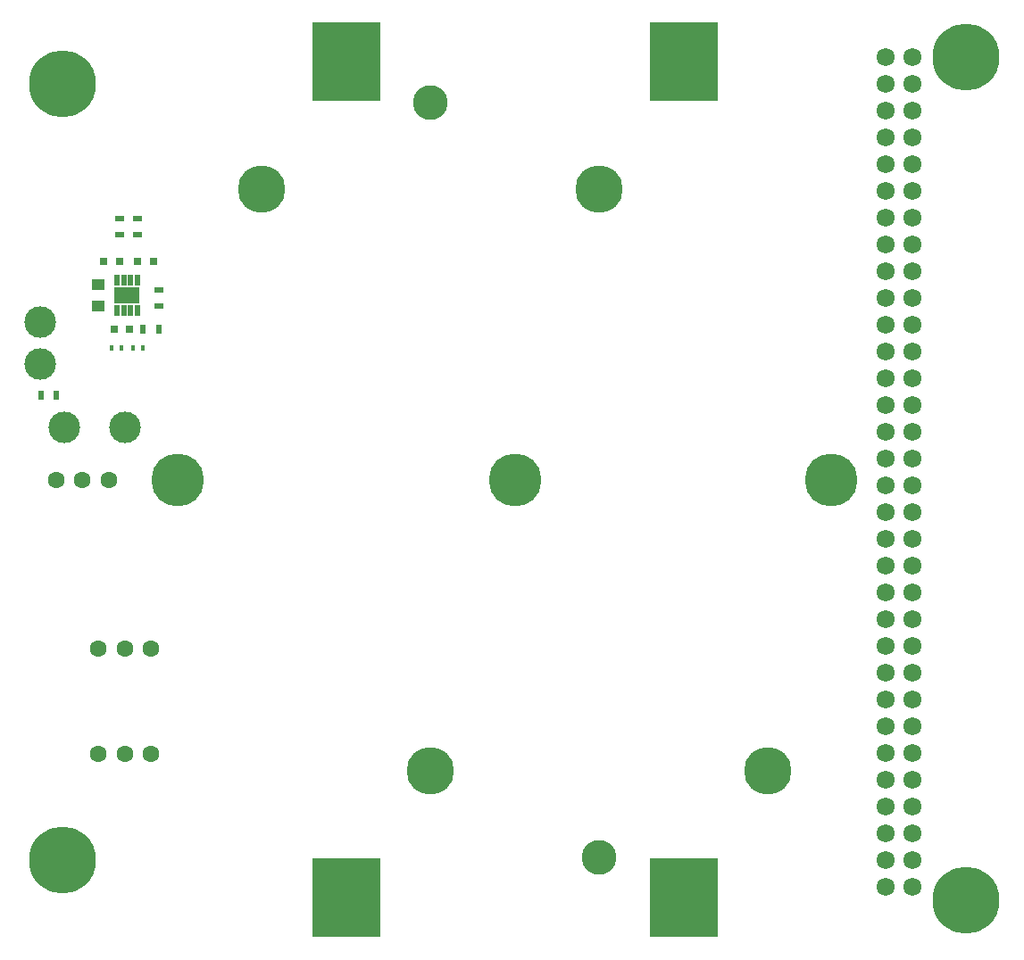
<source format=gbr>
G04 #@! TF.FileFunction,Soldermask,Top*
%FSLAX46Y46*%
G04 Gerber Fmt 4.6, Leading zero omitted, Abs format (unit mm)*
G04 Created by KiCad (PCBNEW 4.0.7-e2-6376~58~ubuntu16.04.1) date Thu Mar 22 01:15:54 2018*
%MOMM*%
%LPD*%
G01*
G04 APERTURE LIST*
%ADD10C,0.100000*%
%ADD11C,1.600000*%
%ADD12R,2.400000X1.650000*%
%ADD13R,0.490000X0.990000*%
%ADD14C,0.300000*%
%ADD15R,0.500000X0.900000*%
%ADD16R,0.900000X0.500000*%
%ADD17R,0.400000X0.600000*%
%ADD18R,0.800000X0.750000*%
%ADD19R,1.250000X1.000000*%
%ADD20C,5.000000*%
%ADD21C,4.500000*%
%ADD22C,3.300000*%
%ADD23R,6.470000X7.460000*%
%ADD24C,6.350000*%
%ADD25C,1.720000*%
%ADD26C,3.000000*%
G04 APERTURE END LIST*
D10*
D11*
X118500000Y-106000000D03*
X113500000Y-106000000D03*
X116000000Y-106000000D03*
D12*
X116250000Y-72500000D03*
D13*
X115275000Y-71025000D03*
X115925000Y-71025000D03*
X117225000Y-71025000D03*
X116575000Y-71025000D03*
X116575000Y-73975000D03*
X115275000Y-73975000D03*
X115925000Y-73975000D03*
X117225000Y-73975000D03*
D14*
X115500000Y-73000000D03*
X115500000Y-72000000D03*
X117000000Y-72000000D03*
X117000000Y-73000000D03*
X116250000Y-72500000D03*
D15*
X119250000Y-75750000D03*
X117750000Y-75750000D03*
D16*
X115500000Y-65250000D03*
X115500000Y-66750000D03*
X117250000Y-65250000D03*
X117250000Y-66750000D03*
X119250000Y-73500000D03*
X119250000Y-72000000D03*
D17*
X115700000Y-77500000D03*
X114800000Y-77500000D03*
X117700000Y-77500000D03*
X116800000Y-77500000D03*
D18*
X116500000Y-75750000D03*
X115000000Y-75750000D03*
D19*
X113500000Y-71500000D03*
X113500000Y-73500000D03*
D18*
X115500000Y-69250000D03*
X114000000Y-69250000D03*
X118750000Y-69250000D03*
X117250000Y-69250000D03*
D20*
X153000000Y-90000000D03*
D21*
X177000000Y-117600000D03*
X161000000Y-62400000D03*
D22*
X161000000Y-125820000D03*
D23*
X169000000Y-129670000D03*
X169000000Y-50330000D03*
D24*
X195810000Y-129920000D03*
X195810000Y-49910000D03*
X110080000Y-52450000D03*
X110080000Y-126110000D03*
D25*
X188190000Y-49910000D03*
X188190000Y-52450000D03*
X188190000Y-54990000D03*
X188190000Y-57530000D03*
X188190000Y-60070000D03*
X188190000Y-62610000D03*
X188190000Y-65150000D03*
X188190000Y-67690000D03*
X188190000Y-70230000D03*
X188190000Y-72770000D03*
X188190000Y-75310000D03*
X188190000Y-77850000D03*
X188190000Y-80390000D03*
X188190000Y-82930000D03*
X188190000Y-85470000D03*
X188190000Y-88010000D03*
X188190000Y-90550000D03*
X188190000Y-93090000D03*
X188190000Y-95630000D03*
X188190000Y-98170000D03*
X188190000Y-100710000D03*
X188190000Y-103250000D03*
X188190000Y-105790000D03*
X188190000Y-108330000D03*
X188190000Y-110870000D03*
X188190000Y-113410000D03*
X188190000Y-115950000D03*
X188190000Y-118490000D03*
X188190000Y-121030000D03*
X188190000Y-123570000D03*
X188190000Y-126110000D03*
X188190000Y-128650000D03*
X190730000Y-49910000D03*
X190730000Y-52450000D03*
X190730000Y-54990000D03*
X190730000Y-57530000D03*
X190730000Y-60070000D03*
X190730000Y-62610000D03*
X190730000Y-65150000D03*
X190730000Y-67690000D03*
X190730000Y-70230000D03*
X190730000Y-72770000D03*
X190730000Y-75310000D03*
X190730000Y-77850000D03*
X190730000Y-80390000D03*
X190730000Y-82930000D03*
X190730000Y-85470000D03*
X190730000Y-88010000D03*
X190730000Y-90550000D03*
X190730000Y-93090000D03*
X190730000Y-95630000D03*
X190730000Y-98170000D03*
X190730000Y-100710000D03*
X190730000Y-103250000D03*
X190730000Y-105790000D03*
X190730000Y-108330000D03*
X190730000Y-110870000D03*
X190730000Y-113410000D03*
X190730000Y-115950000D03*
X190730000Y-118490000D03*
X190730000Y-121030000D03*
X190730000Y-123570000D03*
X190730000Y-126110000D03*
X190730000Y-128650000D03*
D21*
X129000000Y-62400000D03*
X145000000Y-117600000D03*
D22*
X145000000Y-54180000D03*
D23*
X137000000Y-50330000D03*
X137000000Y-129670000D03*
D20*
X121000000Y-90000000D03*
X183000000Y-90000000D03*
D26*
X108000000Y-79000000D03*
X108000000Y-75000000D03*
X116000000Y-85000000D03*
X110300000Y-85000000D03*
D11*
X109500000Y-90000000D03*
X114500000Y-90000000D03*
X112000000Y-90000000D03*
X113500000Y-116000000D03*
X118500000Y-116000000D03*
X116000000Y-116000000D03*
D15*
X109550000Y-82000000D03*
X108050000Y-82000000D03*
M02*

</source>
